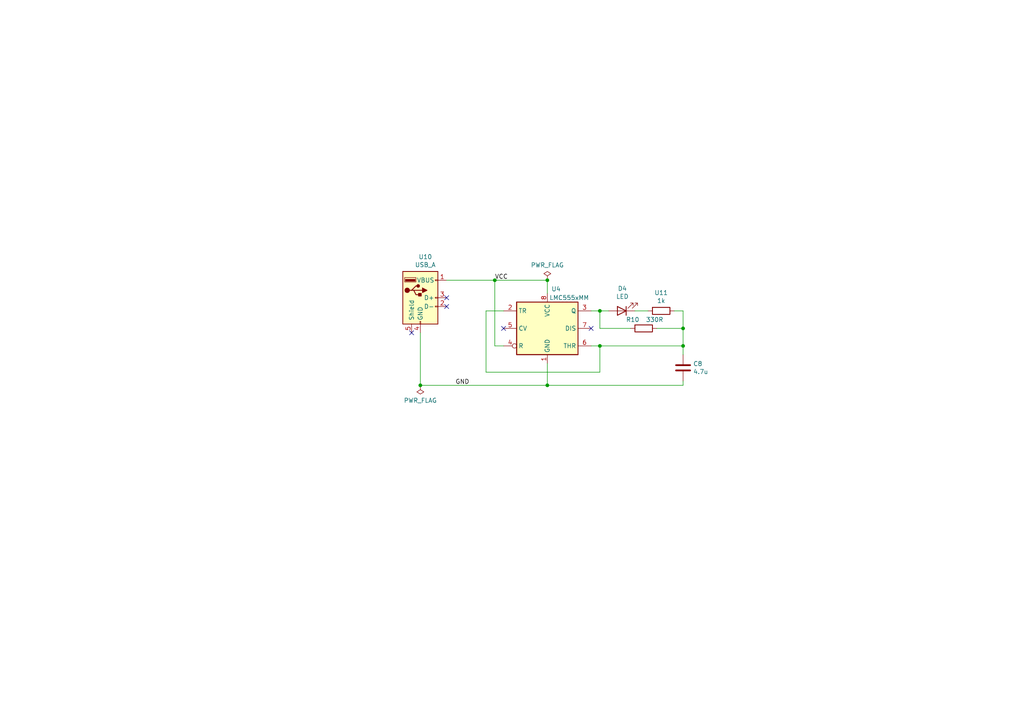
<source format=kicad_sch>
(kicad_sch (version 20211123) (generator eeschema)
  (paper "A4")
  (lib_symbols
    (symbol "Device:C" (pin_numbers hide) (pin_names (offset 0.254))
      (property "Reference" "C" (at 0.635 2.54 0))
      (property "Value" "C" (at 0.635 -2.54 0))
      (symbol "C_0_1"
        (polyline (pts (xy -2.032 -0.762) (xy 2.032 -0.762)) (stroke (width 0.508)))
        (polyline (pts (xy -2.032 0.762) (xy 2.032 0.762)) (stroke (width 0.508)))
      )
      (symbol "C_1_1"
        (pin passive line (at 0 3.81 270) (length 2.794) (name "~") (number "1"))
        (pin passive line (at 0 -3.81 90) (length 2.794) (name "~") (number "2"))
      )
    )
    (symbol "Device:LED" (pin_numbers hide) (pin_names (offset 1.016) hide)
      (property "Reference" "D" (at 0 2.54 0))
      (property "Value" "LED" (at 0 -2.54 0))
      (symbol "LED_0_1"
        (polyline (pts (xy -1.27 -1.27) (xy -1.27 1.27)) (stroke (width 0.254)))
        (polyline (pts (xy -1.27 0) (xy 1.27 0)))
        (polyline (pts (xy 1.27 -1.27) (xy 1.27 1.27) (xy -1.27 0) (xy 1.27 -1.27)) (stroke (width 0.254)))
        (polyline (pts (xy -3.048 -0.762) (xy -4.572 -2.286) (xy -3.81 -2.286) (xy -4.572 -2.286) (xy -4.572 -1.524)))
        (polyline (pts (xy -1.778 -0.762) (xy -3.302 -2.286) (xy -2.54 -2.286) (xy -3.302 -2.286) (xy -3.302 -1.524)))
      )
      (symbol "LED_1_1"
        (pin passive line (at -3.81 0 0) (length 2.54) (name "K") (number "1"))
        (pin passive line (at 3.81 0 180) (length 2.54) (name "A") (number "2"))
      )
    )
    (symbol "Device:R" (pin_numbers hide) (pin_names (offset 0))
      (property "Reference" "R" (at 2.032 0 90))
      (property "Value" "R" (at 0 0 90))
      (symbol "R_0_1"
        (rectangle (start -1.016 -2.54) (end 1.016 2.54) (stroke (width 0.254)))
      )
      (symbol "R_1_1"
        (pin passive line (at 0 3.81 270) (length 1.27) (name "~") (number "1"))
        (pin passive line (at 0 -3.81 90) (length 1.27) (name "~") (number "2"))
      )
    )
    (symbol "Timer:LMC555xMM"
      (property "Reference" "U" (at -10.16 8.89 0))
      (property "Value" "LMC555xMM" (at 2.54 8.89 0))
      (symbol "LMC555xMM_0_0"
        (pin power_in line (at 0 -10.16 90) (length 2.54) (name "GND") (number "1"))
        (pin power_in line (at 0 10.16 270) (length 2.54) (name "VCC") (number "8"))
      )
      (symbol "LMC555xMM_0_1"
        (rectangle (start -8.89 -7.62) (end 8.89 7.62) (stroke (width 0.254)) (fill (type background)))
        (rectangle (start -8.89 -7.62) (end 8.89 7.62) (stroke (width 0.254)) (fill (type background)))
      )
      (symbol "LMC555xMM_1_1"
        (pin input line (at -12.7 5.08 0) (length 3.81) (name "TR") (number "2"))
        (pin output line (at 12.7 5.08 180) (length 3.81) (name "Q") (number "3"))
        (pin input inverted (at -12.7 -5.08 0) (length 3.81) (name "R") (number "4"))
        (pin input line (at -12.7 0 0) (length 3.81) (name "CV") (number "5"))
        (pin input line (at 12.7 -5.08 180) (length 3.81) (name "THR") (number "6"))
        (pin input line (at 12.7 0 180) (length 3.81) (name "DIS") (number "7"))
      )
    )
    (symbol "power:PWR_FLAG" (power) (pin_numbers hide) (pin_names (offset 0) hide)
      (property "Value" "PWR_FLAG" (at 0 3.81 0))
      (symbol "PWR_FLAG_0_0"
        (pin power_out line (at 0 0 90) (length 0) (name "pwr") (number "1"))
      )
      (symbol "PWR_FLAG_0_1"
        (polyline (pts (xy 0 0) (xy 0 1.27) (xy -1.016 1.905) (xy 0 2.54) (xy 1.016 1.905) (xy 0 1.27)))
      )
    )
    (symbol "solderingChallenge-rescue:USB_A-Connector" (pin_names (offset 1.016))
      (property "Reference" "J" (at -5.08 11.43 0))
      (property "Value" "USB_A-Connector" (at -5.08 8.89 0))
      (symbol "USB_A-Connector_0_1"
        (rectangle (start -5.08 -7.62) (end 5.08 7.62) (stroke (width 0.254)) (fill (type background)))
        (circle (center -3.81 2.159) (radius 0.635) (stroke (width 0.254)) (fill (type outline)))
        (rectangle (start -1.524 4.826) (end -4.318 5.334) (fill (type outline)))
        (rectangle (start -1.27 4.572) (end -4.572 5.842))
        (circle (center -0.635 3.429) (radius 0.381) (stroke (width 0.254)) (fill (type outline)))
        (rectangle (start -0.127 -7.62) (end 0.127 -6.858))
        (polyline (pts (xy -3.175 2.159) (xy -2.54 2.159) (xy -1.27 3.429) (xy -0.635 3.429)) (stroke (width 0.254)))
        (polyline (pts (xy -2.54 2.159) (xy -1.905 2.159) (xy -1.27 0.889) (xy 0 0.889)) (stroke (width 0.254)))
        (polyline (pts (xy 0.635 2.794) (xy 0.635 1.524) (xy 1.905 2.159) (xy 0.635 2.794)) (stroke (width 0.254)) (fill (type outline)))
        (rectangle (start 0.254 1.27) (end -0.508 0.508) (stroke (width 0.254)) (fill (type outline)))
        (rectangle (start 5.08 -2.667) (end 4.318 -2.413))
        (rectangle (start 5.08 -0.127) (end 4.318 0.127))
        (rectangle (start 5.08 4.953) (end 4.318 5.207))
      )
      (symbol "USB_A-Connector_1_1"
        (polyline (pts (xy -1.905 2.159) (xy 0.635 2.159)) (stroke (width 0.254)))
        (pin power_in line (at 7.62 5.08 180) (length 2.54) (name "VBUS") (number "1"))
        (pin passive line (at 7.62 -2.54 180) (length 2.54) (name "D-") (number "2"))
        (pin passive line (at 7.62 0 180) (length 2.54) (name "D+") (number "3"))
        (pin power_in line (at 0 -10.16 90) (length 2.54) (name "GND") (number "4"))
        (pin passive line (at -2.54 -10.16 90) (length 2.54) (name "Shield") (number "5"))
      )
    )
  )
  (junction (at 173.99 100.33))
  (junction (at 173.99 90.17))
  (junction (at 158.75 111.76))
  (junction (at 198.12 95.25))
  (junction (at 198.12 100.33))
  (junction (at 121.92 111.76))
  (junction (at 143.51 81.28))
  (junction (at 158.75 81.28))
  (no_connect (at 129.54 88.9))
  (no_connect (at 119.38 96.52))
  (no_connect (at 129.54 86.36))
  (no_connect (at 146.05 95.25))
  (no_connect (at 171.45 95.25))
  (wire (pts (xy 173.99 90.17) (xy 171.45 90.17)))
  (wire (pts (xy 171.45 100.33) (xy 173.99 100.33)))
  (wire (pts (xy 140.97 90.17) (xy 140.97 107.95)))
  (wire (pts (xy 143.51 81.28) (xy 158.75 81.28)))
  (wire (pts (xy 198.12 100.33) (xy 198.12 102.87)))
  (wire (pts (xy 173.99 100.33) (xy 173.99 107.95)))
  (wire (pts (xy 173.99 90.17) (xy 176.53 90.17)))
  (wire (pts (xy 198.12 95.25) (xy 198.12 100.33)))
  (wire (pts (xy 190.5 95.25) (xy 198.12 95.25)))
  (wire (pts (xy 198.12 90.17) (xy 198.12 95.25)))
  (wire (pts (xy 158.75 111.76) (xy 198.12 111.76)))
  (wire (pts (xy 143.51 100.33) (xy 143.51 81.28)))
  (wire (pts (xy 158.75 111.76) (xy 158.75 105.41)))
  (wire (pts (xy 121.92 111.76) (xy 158.75 111.76)))
  (wire (pts (xy 121.92 111.76) (xy 121.92 96.52)))
  (wire (pts (xy 182.88 95.25) (xy 173.99 95.25)))
  (wire (pts (xy 129.54 81.28) (xy 143.51 81.28)))
  (wire (pts (xy 146.05 90.17) (xy 140.97 90.17)))
  (wire (pts (xy 173.99 95.25) (xy 173.99 90.17)))
  (wire (pts (xy 198.12 111.76) (xy 198.12 110.49)))
  (wire (pts (xy 158.75 85.09) (xy 158.75 81.28)))
  (wire (pts (xy 195.58 90.17) (xy 198.12 90.17)))
  (wire (pts (xy 146.05 100.33) (xy 143.51 100.33)))
  (wire (pts (xy 187.96 90.17) (xy 184.15 90.17)))
  (wire (pts (xy 173.99 100.33) (xy 198.12 100.33)))
  (wire (pts (xy 140.97 107.95) (xy 173.99 107.95)))
  (label "VCC" (at 143.51 81.28 0))
  (label "GND" (at 132.08 111.76 0))
  (symbol (lib_id "Device:C") (at 198.12 106.68 0) (unit 1)
    (property "Reference" "C8" (at 201.041 105.5116 0) (effects (justify left)))
    (property "Value" "4.7u" (at 201.041 107.823 0) (effects (justify left)))
    (property "Footprint" "Capacitor_SMD:C_0402_1005Metric" (effects hide))
  )
  (symbol (lib_id "Device:R") (at 186.69 95.25 270) (unit 1)
    (property "Reference" "R10" (at 183.515 92.71 90))
    (property "Value" "330R" (at 189.865 92.71 90))
    (property "Footprint" "Resistor_SMD:R_0402_1005Metric" (effects hide))
  )
  (symbol (lib_id "Device:LED") (at 180.34 90.17 180) (unit 1)
    (property "Reference" "D4" (at 180.5178 83.693 0))
    (property "Value" "LED" (at 180.5178 86.0044 0))
    (property "Footprint" "LED_SMD:LED_0402_1005Metric" (effects hide))
  )
  (symbol (lib_id "Timer:LMC555xMM") (at 158.75 95.25 0) (unit 1)
    (property "Reference" "U4" (at 161.29 83.82 0))
    (property "Value" "LMC555xMM" (at 165.1 86.36 0))
    (property "Footprint" "Package_SO:VSSOP-8_3.0x3.0mm_P0.65mm" (effects hide))
    (property "Datasheet" "http://www.ti.com/lit/ds/symlink/lmc555.pdf" (effects hide))
  )
  (symbol (lib_id "power:PWR_FLAG") (at 121.92 111.76 180) (unit 1)
    (property "Reference" "#U0105" (effects hide))
    (property "Value" "PWR_FLAG" (at 121.92 116.1542 0))
  )
  (symbol (lib_id "Device:R") (at 191.77 90.17 270) (unit 1)
    (property "Reference" "U11" (at 191.77 84.9122 90))
    (property "Value" "1k" (at 191.77 87.2236 90))
    (property "Footprint" "Resistor_SMD:R_0402_1005Metric" (effects hide))
  )
  (symbol (lib_id "power:PWR_FLAG") (at 158.75 81.28 0) (unit 1)
    (property "Reference" "#U0106" (effects hide))
    (property "Value" "PWR_FLAG" (at 158.75 76.8858 0))
  )
  (symbol (lib_id "solderingChallenge-rescue:USB_A-Connector") (at 121.92 86.36 0) (unit 1)
    (property "Reference" "U10" (at 123.3678 74.4982 0))
    (property "Value" "USB_A" (at 123.3678 76.8096 0))
    (property "Footprint" "Robotarna_KiCad_Library:usb-PCB" (effects hide))
    (property "Datasheet" " ~" (effects hide))
  )
)
</source>
